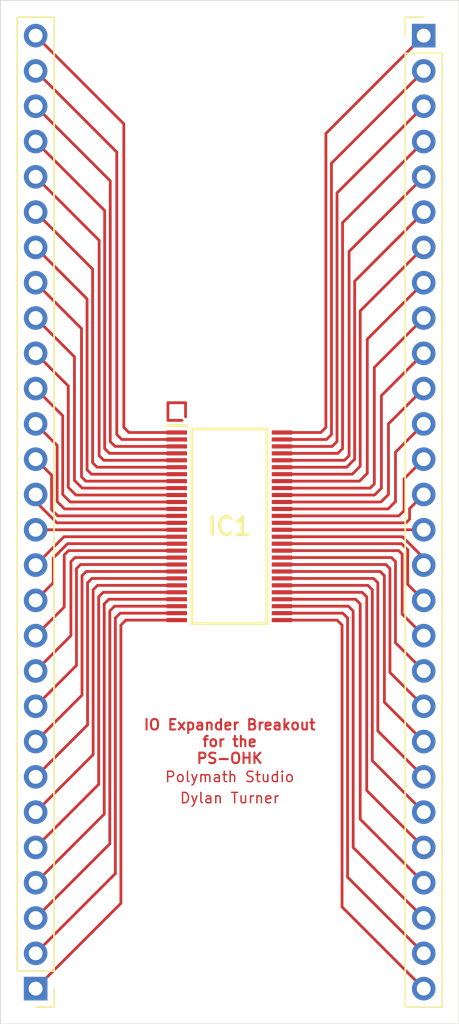
<source format=kicad_pcb>
(kicad_pcb (version 20240108) (generator "pcbnew") (generator_version "8.0")
  (title_block (title "PC9505 Breakout Board") (date "2024-05-09") (rev "1") (company "Polymath-Studio"))
  (layers (0 "F.Cu" signal) (31 "B.Cu" signal) (34 "B.Paste" user) (35 "F.Paste" user) (36 "B.SilkS" user "B.Silkscreen") (37 "F.SilkS" user "F.Silkscreen") (38 "B.Mask" user) (39 "F.Mask" user) (44 "Edge.Cuts" user))
  (net 0 "")
  (net 1 "Net-(IC1-IO3_7)")
  (net 2 "Net-(IC1-~{OE})")
  (net 3 "Net-(IC1-IO2_2)")
  (net 4 "Net-(IC1-IO4_6)")
  (net 5 "Net-(IC1-IO1_4)")
  (net 6 "Net-(IC1-IO3_5)")
  (net 7 "Net-(IC1-IO3_0)")
  (net 8 "Net-(IC1-IO4_7)")
  (net 9 "Net-(IC1-IO4_5)")
  (net 10 "Net-(IC1-IO2_3)")
  (net 11 "Net-(IC1-IO1_7)")
  (net 12 "Net-(IC1-IO3_1)")
  (net 13 "Net-(IC1-IO0_6)")
  (net 14 "Net-(IC1-IO0_0)")
  (net 15 "Net-(IC1-IO0_7)")
  (net 16 "Net-(IC1-A1)")
  (net 17 "Net-(IC1-IO4_0)")
  (net 18 "Net-(IC1-IO2_5)")
  (net 19 "Net-(IC1-VSS_4)")
  (net 20 "Net-(IC1-VSS_1)")
  (net 21 "Net-(IC1-A2)")
  (net 22 "Net-(IC1-IO0_1)")
  (net 23 "Net-(IC1-IO4_3)")
  (net 24 "Net-(IC1-IO1_3)")
  (net 25 "Net-(IC1-IO1_2)")
  (net 26 "Net-(IC1-IO4_2)")
  (net 27 "Net-(IC1-IO0_5)")
  (net 28 "Net-(IC1-IO3_4)")
  (net 29 "Net-(IC1-~{RESET})")
  (net 30 "Net-(IC1-VDD_1)")
  (net 31 "Net-(IC1-IO0_3)")
  (net 32 "Net-(IC1-IO0_2)")
  (net 33 "Net-(IC1-VSS_2)")
  (net 34 "Net-(IC1-IO2_6)")
  (net 35 "Net-(IC1-VSS_6)")
  (net 36 "Net-(IC1-IO3_2)")
  (net 37 "Net-(IC1-IO3_6)")
  (net 38 "Net-(IC1-IO0_4)")
  (net 39 "Net-(IC1-A0)")
  (net 40 "Net-(IC1-VDD_2)")
  (net 41 "Net-(IC1-IO1_5)")
  (net 42 "Net-(IC1-IO3_3)")
  (net 43 "Net-(IC1-VSS_3)")
  (net 44 "Net-(IC1-IO1_6)")
  (net 45 "Net-(IC1-IO1_0)")
  (net 46 "Net-(IC1-IO4_1)")
  (net 47 "Net-(IC1-IO2_4)")
  (net 48 "Net-(IC1-IO4_4)")
  (net 49 "Net-(IC1-VSS_5)")
  (net 50 "Net-(IC1-SCL)")
  (net 51 "Net-(IC1-IO2_0)")
  (net 52 "Net-(IC1-SDA)")
  (net 53 "Net-(IC1-IO2_1)")
  (net 54 "Net-(IC1-IO2_7)")
  (net 55 "Net-(IC1-IO1_1)")
  (net 56 "Net-(IC1-~{INT})")
  (footprint "PCA9505DGGY:SOP50P810X120-56N" (layer "F.Cu") (at 29.188 50.55)
    (property "Reference" "IC1" (at 0 0 0) (layer "F.SilkS") (effects (font (size 1.27 1.27) (thickness 0.254))))
    (property "Value" "PCA9505DGGY" (hide yes))
    (fp_line (start -4.525 -7.25) (end -3.05 -7.25) (stroke (width 0.2)) (layer "F.SilkS"))
    (fp_line (start -2.7 -7) (end 2.7 -7) (stroke (width 0.2)) (layer "F.SilkS"))
    (fp_line (start -2.7 7) (end -2.7 -7) (stroke (width 0.2)) (layer "F.SilkS"))
    (fp_line (start 2.7 -7) (end 2.7 7) (stroke (width 0.2)) (layer "F.SilkS"))
    (fp_line (start 2.7 7) (end -2.7 7) (stroke (width 0.2)) (layer "F.SilkS"))
    (pad "1" smd rect (at -3.788 -6.75 90) (size 0.3 1.475) (layers "F.Cu" "F.Paste" "F.Mask") (net 52 "Net-(IC1-SDA)"))
    (pad "2" smd rect (at -3.788 -6.25 90) (size 0.3 1.475) (layers "F.Cu" "F.Paste" "F.Mask") (net 50 "Net-(IC1-SCL)"))
    (pad "3" smd rect (at -3.788 -5.75 90) (size 0.3 1.475) (layers "F.Cu" "F.Paste" "F.Mask") (net 14 "Net-(IC1-IO0_0)"))
    (pad "4" smd rect (at -3.788 -5.25 90) (size 0.3 1.475) (layers "F.Cu" "F.Paste" "F.Mask") (net 22 "Net-(IC1-IO0_1)"))
    (pad "5" smd rect (at -3.788 -4.75 90) (size 0.3 1.475) (layers "F.Cu" "F.Paste" "F.Mask") (net 32 "Net-(IC1-IO0_2)"))
    (pad "6" smd rect (at -3.788 -4.25 90) (size 0.3 1.475) (layers "F.Cu" "F.Paste" "F.Mask") (net 20 "Net-(IC1-VSS_1)"))
    (pad "7" smd rect (at -3.788 -3.75 90) (size 0.3 1.475) (layers "F.Cu" "F.Paste" "F.Mask") (net 31 "Net-(IC1-IO0_3)"))
    (pad "8" smd rect (at -3.788 -3.25 90) (size 0.3 1.475) (layers "F.Cu" "F.Paste" "F.Mask") (net 38 "Net-(IC1-IO0_4)"))
    (pad "9" smd rect (at -3.788 -2.75 90) (size 0.3 1.475) (layers "F.Cu" "F.Paste" "F.Mask") (net 27 "Net-(IC1-IO0_5)"))
    (pad "10" smd rect (at -3.788 -2.25 90) (size 0.3 1.475) (layers "F.Cu" "F.Paste" "F.Mask") (net 13 "Net-(IC1-IO0_6)"))
    (pad "11" smd rect (at -3.788 -1.75 90) (size 0.3 1.475) (layers "F.Cu" "F.Paste" "F.Mask") (net 33 "Net-(IC1-VSS_2)"))
    (pad "12" smd rect (at -3.788 -1.25 90) (size 0.3 1.475) (layers "F.Cu" "F.Paste" "F.Mask") (net 15 "Net-(IC1-IO0_7)"))
    (pad "13" smd rect (at -3.788 -0.75 90) (size 0.3 1.475) (layers "F.Cu" "F.Paste" "F.Mask") (net 45 "Net-(IC1-IO1_0)"))
    (pad "14" smd rect (at -3.788 -0.25 90) (size 0.3 1.475) (layers "F.Cu" "F.Paste" "F.Mask") (net 55 "Net-(IC1-IO1_1)"))
    (pad "15" smd rect (at -3.788 0.25 90) (size 0.3 1.475) (layers "F.Cu" "F.Paste" "F.Mask") (net 25 "Net-(IC1-IO1_2)"))
    (pad "16" smd rect (at -3.788 0.75 90) (size 0.3 1.475) (layers "F.Cu" "F.Paste" "F.Mask") (net 24 "Net-(IC1-IO1_3)"))
    (pad "17" smd rect (at -3.788 1.25 90) (size 0.3 1.475) (layers "F.Cu" "F.Paste" "F.Mask") (net 5 "Net-(IC1-IO1_4)"))
    (pad "18" smd rect (at -3.788 1.75 90) (size 0.3 1.475) (layers "F.Cu" "F.Paste" "F.Mask") (net 30 "Net-(IC1-VDD_1)"))
    (pad "19" smd rect (at -3.788 2.25 90) (size 0.3 1.475) (layers "F.Cu" "F.Paste" "F.Mask") (net 41 "Net-(IC1-IO1_5)"))
    (pad "20" smd rect (at -3.788 2.75 90) (size 0.3 1.475) (layers "F.Cu" "F.Paste" "F.Mask") (net 44 "Net-(IC1-IO1_6)"))
    (pad "21" smd rect (at -3.788 3.25 90) (size 0.3 1.475) (layers "F.Cu" "F.Paste" "F.Mask") (net 11 "Net-(IC1-IO1_7)"))
    (pad "22" smd rect (at -3.788 3.75 90) (size 0.3 1.475) (layers "F.Cu" "F.Paste" "F.Mask") (net 51 "Net-(IC1-IO2_0)"))
    (pad "23" smd rect (at -3.788 4.25 90) (size 0.3 1.475) (layers "F.Cu" "F.Paste" "F.Mask") (net 43 "Net-(IC1-VSS_3)"))
    (pad "24" smd rect (at -3.788 4.75 90) (size 0.3 1.475) (layers "F.Cu" "F.Paste" "F.Mask") (net 53 "Net-(IC1-IO2_1)"))
    (pad "25" smd rect (at -3.788 5.25 90) (size 0.3 1.475) (layers "F.Cu" "F.Paste" "F.Mask") (net 3 "Net-(IC1-IO2_2)"))
    (pad "26" smd rect (at -3.788 5.75 90) (size 0.3 1.475) (layers "F.Cu" "F.Paste" "F.Mask") (net 10 "Net-(IC1-IO2_3)"))
    (pad "27" smd rect (at -3.788 6.25 90) (size 0.3 1.475) (layers "F.Cu" "F.Paste" "F.Mask") (net 39 "Net-(IC1-A0)"))
    (pad "28" smd rect (at -3.788 6.75 90) (size 0.3 1.475) (layers "F.Cu" "F.Paste" "F.Mask") (net 16 "Net-(IC1-A1)"))
    (pad "29" smd rect (at 3.788 6.75 90) (size 0.3 1.475) (layers "F.Cu" "F.Paste" "F.Mask") (net 21 "Net-(IC1-A2)"))
    (pad "30" smd rect (at 3.788 6.25 90) (size 0.3 1.475) (layers "F.Cu" "F.Paste" "F.Mask") (net 2 "Net-(IC1-~{OE})"))
    (pad "31" smd rect (at 3.788 5.75 90) (size 0.3 1.475) (layers "F.Cu" "F.Paste" "F.Mask") (net 47 "Net-(IC1-IO2_4)"))
    (pad "32" smd rect (at 3.788 5.25 90) (size 0.3 1.475) (layers "F.Cu" "F.Paste" "F.Mask") (net 18 "Net-(IC1-IO2_5)"))
    (pad "33" smd rect (at 3.788 4.75 90) (size 0.3 1.475) (layers "F.Cu" "F.Paste" "F.Mask") (net 34 "Net-(IC1-IO2_6)"))
    (pad "34" smd rect (at 3.788 4.25 90) (size 0.3 1.475) (layers "F.Cu" "F.Paste" "F.Mask") (net 19 "Net-(IC1-VSS_4)"))
    (pad "35" smd rect (at 3.788 3.75 90) (size 0.3 1.475) (layers "F.Cu" "F.Paste" "F.Mask") (net 54 "Net-(IC1-IO2_7)"))
    (pad "36" smd rect (at 3.788 3.25 90) (size 0.3 1.475) (layers "F.Cu" "F.Paste" "F.Mask") (net 7 "Net-(IC1-IO3_0)"))
    (pad "37" smd rect (at 3.788 2.75 90) (size 0.3 1.475) (layers "F.Cu" "F.Paste" "F.Mask") (net 12 "Net-(IC1-IO3_1)"))
    (pad "38" smd rect (at 3.788 2.25 90) (size 0.3 1.475) (layers "F.Cu" "F.Paste" "F.Mask") (net 36 "Net-(IC1-IO3_2)"))
    (pad "39" smd rect (at 3.788 1.75 90) (size 0.3 1.475) (layers "F.Cu" "F.Paste" "F.Mask") (net 49 "Net-(IC1-VSS_5)"))
    (pad "40" smd rect (at 3.788 1.25 90) (size 0.3 1.475) (layers "F.Cu" "F.Paste" "F.Mask") (net 42 "Net-(IC1-IO3_3)"))
    (pad "41" smd rect (at 3.788 0.75 90) (size 0.3 1.475) (layers "F.Cu" "F.Paste" "F.Mask") (net 28 "Net-(IC1-IO3_4)"))
    (pad "42" smd rect (at 3.788 0.25 90) (size 0.3 1.475) (layers "F.Cu" "F.Paste" "F.Mask") (net 6 "Net-(IC1-IO3_5)"))
    (pad "43" smd rect (at 3.788 -0.25 90) (size 0.3 1.475) (layers "F.Cu" "F.Paste" "F.Mask") (net 37 "Net-(IC1-IO3_6)"))
    (pad "44" smd rect (at 3.788 -0.75 90) (size 0.3 1.475) (layers "F.Cu" "F.Paste" "F.Mask") (net 1 "Net-(IC1-IO3_7)"))
    (pad "45" smd rect (at 3.788 -1.25 90) (size 0.3 1.475) (layers "F.Cu" "F.Paste" "F.Mask") (net 17 "Net-(IC1-IO4_0)"))
    (pad "46" smd rect (at 3.788 -1.75 90) (size 0.3 1.475) (layers "F.Cu" "F.Paste" "F.Mask") (net 40 "Net-(IC1-VDD_2)"))
    (pad "47" smd rect (at 3.788 -2.25 90) (size 0.3 1.475) (layers "F.Cu" "F.Paste" "F.Mask") (net 46 "Net-(IC1-IO4_1)"))
    (pad "48" smd rect (at 3.788 -2.75 90) (size 0.3 1.475) (layers "F.Cu" "F.Paste" "F.Mask") (net 26 "Net-(IC1-IO4_2)"))
    (pad "49" smd rect (at 3.788 -3.25 90) (size 0.3 1.475) (layers "F.Cu" "F.Paste" "F.Mask") (net 23 "Net-(IC1-IO4_3)"))
    (pad "50" smd rect (at 3.788 -3.75 90) (size 0.3 1.475) (layers "F.Cu" "F.Paste" "F.Mask") (net 48 "Net-(IC1-IO4_4)"))
    (pad "51" smd rect (at 3.788 -4.25 90) (size 0.3 1.475) (layers "F.Cu" "F.Paste" "F.Mask") (net 35 "Net-(IC1-VSS_6)"))
    (pad "52" smd rect (at 3.788 -4.75 90) (size 0.3 1.475) (layers "F.Cu" "F.Paste" "F.Mask") (net 9 "Net-(IC1-IO4_5)"))
    (pad "53" smd rect (at 3.788 -5.25 90) (size 0.3 1.475) (layers "F.Cu" "F.Paste" "F.Mask") (net 4 "Net-(IC1-IO4_6)"))
    (pad "54" smd rect (at 3.788 -5.75 90) (size 0.3 1.475) (layers "F.Cu" "F.Paste" "F.Mask") (net 8 "Net-(IC1-IO4_7)"))
    (pad "55" smd rect (at 3.788 -6.25 90) (size 0.3 1.475) (layers "F.Cu" "F.Paste" "F.Mask") (net 56 "Net-(IC1-~{INT})"))
    (pad "56" smd rect (at 3.788 -6.75 90) (size 0.3 1.475) (layers "F.Cu" "F.Paste" "F.Mask") (net 29 "Net-(IC1-~{RESET})"))
  )
  (footprint "Connector_PinHeader_2.54mm:PinHeader_1x28_P2.54mm_Vertical" (layer "F.Cu") (at 43.18 15.24)
    (property "Reference" "J2" (hide yes))
    (property "Value" "~" (hide yes))
    (fp_line (start -1.33 -1.33) (end 0 -1.33) (stroke (width 0.12)) (layer "F.SilkS"))
    (fp_line (start -1.33 0) (end -1.33 -1.33) (stroke (width 0.12)) (layer "F.SilkS"))
    (fp_line (start -1.33 1.27) (end -1.33 69.91) (stroke (width 0.12)) (layer "F.SilkS"))
    (fp_line (start -1.33 1.27) (end 1.33 1.27) (stroke (width 0.12)) (layer "F.SilkS"))
    (fp_line (start -1.33 69.91) (end 1.33 69.91) (stroke (width 0.12)) (layer "F.SilkS"))
    (fp_line (start 1.33 1.27) (end 1.33 69.91) (stroke (width 0.12)) (layer "F.SilkS"))
    (pad "1" thru_hole rect (at 0 0) (size 1.7 1.7) (drill 1) (layers "*.Cu" "*.Mask") (net 29 "Net-(IC1-~{RESET})"))
    (pad "2" thru_hole oval (at 0 2.54) (size 1.7 1.7) (drill 1) (layers "*.Cu" "*.Mask") (net 56 "Net-(IC1-~{INT})"))
    (pad "3" thru_hole oval (at 0 5.08) (size 1.7 1.7) (drill 1) (layers "*.Cu" "*.Mask") (net 8 "Net-(IC1-IO4_7)"))
    (pad "4" thru_hole oval (at 0 7.62) (size 1.7 1.7) (drill 1) (layers "*.Cu" "*.Mask") (net 4 "Net-(IC1-IO4_6)"))
    (pad "5" thru_hole oval (at 0 10.16) (size 1.7 1.7) (drill 1) (layers "*.Cu" "*.Mask") (net 9 "Net-(IC1-IO4_5)"))
    (pad "6" thru_hole oval (at 0 12.7) (size 1.7 1.7) (drill 1) (layers "*.Cu" "*.Mask") (net 35 "Net-(IC1-VSS_6)"))
    (pad "7" thru_hole oval (at 0 15.24) (size 1.7 1.7) (drill 1) (layers "*.Cu" "*.Mask") (net 48 "Net-(IC1-IO4_4)"))
    (pad "8" thru_hole oval (at 0 17.78) (size 1.7 1.7) (drill 1) (layers "*.Cu" "*.Mask") (net 23 "Net-(IC1-IO4_3)"))
    (pad "9" thru_hole oval (at 0 20.32) (size 1.7 1.7) (drill 1) (layers "*.Cu" "*.Mask") (net 26 "Net-(IC1-IO4_2)"))
    (pad "10" thru_hole oval (at 0 22.86) (size 1.7 1.7) (drill 1) (layers "*.Cu" "*.Mask") (net 46 "Net-(IC1-IO4_1)"))
    (pad "11" thru_hole oval (at 0 25.4) (size 1.7 1.7) (drill 1) (layers "*.Cu" "*.Mask") (net 40 "Net-(IC1-VDD_2)"))
    (pad "12" thru_hole oval (at 0 27.94) (size 1.7 1.7) (drill 1) (layers "*.Cu" "*.Mask") (net 17 "Net-(IC1-IO4_0)"))
    (pad "13" thru_hole oval (at 0 30.48) (size 1.7 1.7) (drill 1) (layers "*.Cu" "*.Mask") (net 1 "Net-(IC1-IO3_7)"))
    (pad "14" thru_hole oval (at 0 33.02) (size 1.7 1.7) (drill 1) (layers "*.Cu" "*.Mask") (net 37 "Net-(IC1-IO3_6)"))
    (pad "15" thru_hole oval (at 0 35.56) (size 1.7 1.7) (drill 1) (layers "*.Cu" "*.Mask") (net 6 "Net-(IC1-IO3_5)"))
    (pad "16" thru_hole oval (at 0 38.1) (size 1.7 1.7) (drill 1) (layers "*.Cu" "*.Mask") (net 28 "Net-(IC1-IO3_4)"))
    (pad "17" thru_hole oval (at 0 40.64) (size 1.7 1.7) (drill 1) (layers "*.Cu" "*.Mask") (net 42 "Net-(IC1-IO3_3)"))
    (pad "18" thru_hole oval (at 0 43.18) (size 1.7 1.7) (drill 1) (layers "*.Cu" "*.Mask") (net 49 "Net-(IC1-VSS_5)"))
    (pad "19" thru_hole oval (at 0 45.72) (size 1.7 1.7) (drill 1) (layers "*.Cu" "*.Mask") (net 36 "Net-(IC1-IO3_2)"))
    (pad "20" thru_hole oval (at 0 48.26) (size 1.7 1.7) (drill 1) (layers "*.Cu" "*.Mask") (net 12 "Net-(IC1-IO3_1)"))
    (pad "21" thru_hole oval (at 0 50.8) (size 1.7 1.7) (drill 1) (layers "*.Cu" "*.Mask") (net 7 "Net-(IC1-IO3_0)"))
    (pad "22" thru_hole oval (at 0 53.34) (size 1.7 1.7) (drill 1) (layers "*.Cu" "*.Mask") (net 54 "Net-(IC1-IO2_7)"))
    (pad "23" thru_hole oval (at 0 55.88) (size 1.7 1.7) (drill 1) (layers "*.Cu" "*.Mask") (net 19 "Net-(IC1-VSS_4)"))
    (pad "24" thru_hole oval (at 0 58.42) (size 1.7 1.7) (drill 1) (layers "*.Cu" "*.Mask") (net 34 "Net-(IC1-IO2_6)"))
    (pad "25" thru_hole oval (at 0 60.96) (size 1.7 1.7) (drill 1) (layers "*.Cu" "*.Mask") (net 18 "Net-(IC1-IO2_5)"))
    (pad "26" thru_hole oval (at 0 63.5) (size 1.7 1.7) (drill 1) (layers "*.Cu" "*.Mask") (net 47 "Net-(IC1-IO2_4)"))
    (pad "27" thru_hole oval (at 0 66.04) (size 1.7 1.7) (drill 1) (layers "*.Cu" "*.Mask") (net 2 "Net-(IC1-~{OE})"))
    (pad "28" thru_hole oval (at 0 68.58) (size 1.7 1.7) (drill 1) (layers "*.Cu" "*.Mask") (net 21 "Net-(IC1-A2)"))
  )
  (footprint "Connector_PinHeader_2.54mm:PinHeader_1x28_P2.54mm_Vertical" (layer "F.Cu") (at 15.24 83.82 180)
    (property "Reference" "J1" (hide yes))
    (property "Value" "~" (hide yes))
    (fp_line (start 1.33 1.27) (end 1.33 69.91) (stroke (width 0.12)) (layer "F.SilkS"))
    (fp_line (start -1.33 69.91) (end 1.33 69.91) (stroke (width 0.12)) (layer "F.SilkS"))
    (fp_line (start -1.33 1.27) (end 1.33 1.27) (stroke (width 0.12)) (layer "F.SilkS"))
    (fp_line (start -1.33 1.27) (end -1.33 69.91) (stroke (width 0.12)) (layer "F.SilkS"))
    (fp_line (start -1.33 0) (end -1.33 -1.33) (stroke (width 0.12)) (layer "F.SilkS"))
    (fp_line (start -1.33 -1.33) (end 0 -1.33) (stroke (width 0.12)) (layer "F.SilkS"))
    (pad "1" thru_hole rect (at 0 0 180) (size 1.7 1.7) (drill 1) (layers "*.Cu" "*.Mask") (net 16 "Net-(IC1-A1)"))
    (pad "2" thru_hole oval (at 0 2.54 180) (size 1.7 1.7) (drill 1) (layers "*.Cu" "*.Mask") (net 39 "Net-(IC1-A0)"))
    (pad "3" thru_hole oval (at 0 5.08 180) (size 1.7 1.7) (drill 1) (layers "*.Cu" "*.Mask") (net 10 "Net-(IC1-IO2_3)"))
    (pad "4" thru_hole oval (at 0 7.62 180) (size 1.7 1.7) (drill 1) (layers "*.Cu" "*.Mask") (net 3 "Net-(IC1-IO2_2)"))
    (pad "5" thru_hole oval (at 0 10.16 180) (size 1.7 1.7) (drill 1) (layers "*.Cu" "*.Mask") (net 53 "Net-(IC1-IO2_1)"))
    (pad "6" thru_hole oval (at 0 12.7 180) (size 1.7 1.7) (drill 1) (layers "*.Cu" "*.Mask") (net 43 "Net-(IC1-VSS_3)"))
    (pad "7" thru_hole oval (at 0 15.24 180) (size 1.7 1.7) (drill 1) (layers "*.Cu" "*.Mask") (net 51 "Net-(IC1-IO2_0)"))
    (pad "8" thru_hole oval (at 0 17.78 180) (size 1.7 1.7) (drill 1) (layers "*.Cu" "*.Mask") (net 11 "Net-(IC1-IO1_7)"))
    (pad "9" thru_hole oval (at 0 20.32 180) (size 1.7 1.7) (drill 1) (layers "*.Cu" "*.Mask") (net 44 "Net-(IC1-IO1_6)"))
    (pad "10" thru_hole oval (at 0 22.86 180) (size 1.7 1.7) (drill 1) (layers "*.Cu" "*.Mask") (net 41 "Net-(IC1-IO1_5)"))
    (pad "11" thru_hole oval (at 0 25.4 180) (size 1.7 1.7) (drill 1) (layers "*.Cu" "*.Mask") (net 30 "Net-(IC1-VDD_1)"))
    (pad "12" thru_hole oval (at 0 27.94 180) (size 1.7 1.7) (drill 1) (layers "*.Cu" "*.Mask") (net 5 "Net-(IC1-IO1_4)"))
    (pad "13" thru_hole oval (at 0 30.48 180) (size 1.7 1.7) (drill 1) (layers "*.Cu" "*.Mask") (net 24 "Net-(IC1-IO1_3)"))
    (pad "14" thru_hole oval (at 0 33.02 180) (size 1.7 1.7) (drill 1) (layers "*.Cu" "*.Mask") (net 25 "Net-(IC1-IO1_2)"))
    (pad "15" thru_hole oval (at 0 35.56 180) (size 1.7 1.7) (drill 1) (layers "*.Cu" "*.Mask") (net 55 "Net-(IC1-IO1_1)"))
    (pad "16" thru_hole oval (at 0 38.1 180) (size 1.7 1.7) (drill 1) (layers "*.Cu" "*.Mask") (net 45 "Net-(IC1-IO1_0)"))
    (pad "17" thru_hole oval (at 0 40.64 180) (size 1.7 1.7) (drill 1) (layers "*.Cu" "*.Mask") (net 15 "Net-(IC1-IO0_7)"))
    (pad "18" thru_hole oval (at 0 43.18 180) (size 1.7 1.7) (drill 1) (layers "*.Cu" "*.Mask") (net 33 "Net-(IC1-VSS_2)"))
    (pad "19" thru_hole oval (at 0 45.72 180) (size 1.7 1.7) (drill 1) (layers "*.Cu" "*.Mask") (net 13 "Net-(IC1-IO0_6)"))
    (pad "20" thru_hole oval (at 0 48.26 180) (size 1.7 1.7) (drill 1) (layers "*.Cu" "*.Mask") (net 27 "Net-(IC1-IO0_5)"))
    (pad "21" thru_hole oval (at 0 50.8 180) (size 1.7 1.7) (drill 1) (layers "*.Cu" "*.Mask") (net 38 "Net-(IC1-IO0_4)"))
    (pad "22" thru_hole oval (at 0 53.34 180) (size 1.7 1.7) (drill 1) (layers "*.Cu" "*.Mask") (net 31 "Net-(IC1-IO0_3)"))
    (pad "23" thru_hole oval (at 0 55.88 180) (size 1.7 1.7) (drill 1) (layers "*.Cu" "*.Mask") (net 20 "Net-(IC1-VSS_1)"))
    (pad "24" thru_hole oval (at 0 58.42 180) (size 1.7 1.7) (drill 1) (layers "*.Cu" "*.Mask") (net 32 "Net-(IC1-IO0_2)"))
    (pad "25" thru_hole oval (at 0 60.96 180) (size 1.7 1.7) (drill 1) (layers "*.Cu" "*.Mask") (net 22 "Net-(IC1-IO0_1)"))
    (pad "26" thru_hole oval (at 0 63.5 180) (size 1.7 1.7) (drill 1) (layers "*.Cu" "*.Mask") (net 14 "Net-(IC1-IO0_0)"))
    (pad "27" thru_hole oval (at 0 66.04 180) (size 1.7 1.7) (drill 1) (layers "*.Cu" "*.Mask") (net 50 "Net-(IC1-SCL)"))
    (pad "28" thru_hole oval (at 0 68.58 180) (size 1.7 1.7) (drill 1) (layers "*.Cu" "*.Mask") (net 52 "Net-(IC1-SDA)"))
  )
  (gr_line (start 12.7 12.7) (end 45.72 12.7) (stroke (width 0.05)) (layer "Edge.Cuts"))
  (gr_line (start 45.72 86.36) (end 12.7 86.36) (stroke (width 0.05)) (layer "Edge.Cuts"))
  (gr_line (start 12.7 86.36) (end 12.7 12.7) (stroke (width 0.05)) (layer "Edge.Cuts"))
  (gr_line (start 45.72 12.7) (end 45.72 86.36) (stroke (width 0.05)) (layer "Edge.Cuts"))
  (gr_text "IO Expander Breakout\nfor the\nPS-OHK" (at 29.21 66.04 0) (layer "F.Cu") (effects (font (size 0.75 0.75) (thickness 0.15) (bold yes))))
  (gr_text "Polymath Studio" (at 29.21 68.58 0) (layer "F.Cu") (effects (font (size 0.75 0.75) (thickness 0.1))))
  (gr_text "Dylan Turner" (at 29.21 70.104 0) (layer "F.Cu") (effects (font (size 0.75 0.75) (thickness 0.1))))
  (segment (start 41.386 49.8) (end 41.764 49.422) (width 0.2) (layer "F.Cu") (net 1))
  (segment (start 32.976 49.8) (end 41.386 49.8) (width 0.2) (layer "F.Cu") (net 1))
  (segment (start 41.764 47.136) (end 43.18 45.72) (width 0.2) (layer "F.Cu") (net 1))
  (segment (start 41.764 49.422) (end 41.764 47.136) (width 0.2) (layer "F.Cu") (net 1))
  (segment (start 37.7 57.15) (end 37.7 75.8) (width 0.2) (layer "F.Cu") (net 2))
  (segment (start 37.35 56.8) (end 37.7 57.15) (width 0.2) (layer "F.Cu") (net 2))
  (segment (start 37.7 75.8) (end 43.18 81.28) (width 0.2) (layer "F.Cu") (net 2))
  (segment (start 32.976 56.8) (end 37.35 56.8) (width 0.2) (layer "F.Cu") (net 2))
  (segment (start 20.514 55.8) (end 20.18 56.134) (width 0.2) (layer "F.Cu") (net 3))
  (segment (start 25.4 55.8) (end 20.514 55.8) (width 0.2) (layer "F.Cu") (net 3))
  (segment (start 20.18 71.26) (end 15.24 76.2) (width 0.2) (layer "F.Cu") (net 3))
  (segment (start 20.18 56.134) (end 20.18 71.26) (width 0.2) (layer "F.Cu") (net 3))
  (segment (start 32.976 45.3) (end 36.996 45.3) (width 0.2) (layer "F.Cu") (net 4))
  (segment (start 36.996 45.3) (end 37.338 44.958) (width 0.2) (layer "F.Cu") (net 4))
  (segment (start 37.338 28.702) (end 43.18 22.86) (width 0.2) (layer "F.Cu") (net 4))
  (segment (start 37.338 44.958) (end 37.338 28.702) (width 0.2) (layer "F.Cu") (net 4))
  (segment (start 16.51 54.61) (end 15.24 55.88) (width 0.2) (layer "F.Cu") (net 5))
  (segment (start 25.4 51.8) (end 17.542 51.8) (width 0.2) (layer "F.Cu") (net 5))
  (segment (start 16.51 52.832) (end 16.51 54.61) (width 0.2) (layer "F.Cu") (net 5))
  (segment (start 17.542 51.8) (end 16.51 52.832) (width 0.2) (layer "F.Cu") (net 5))
  (segment (start 32.976 50.8) (end 43.18 50.8) (width 0.2) (layer "F.Cu") (net 6))
  (segment (start 40.348 63.208) (end 43.18 66.04) (width 0.2) (layer "F.Cu") (net 7))
  (segment (start 32.976 53.8) (end 40.046 53.8) (width 0.2) (layer "F.Cu") (net 7))
  (segment (start 40.046 53.8) (end 40.348 54.102) (width 0.2) (layer "F.Cu") (net 7))
  (segment (start 40.348 54.102) (end 40.348 63.208) (width 0.2) (layer "F.Cu") (net 7))
  (segment (start 36.938 44.45) (end 36.938 26.562) (width 0.2) (layer "F.Cu") (net 8))
  (segment (start 32.976 44.8) (end 36.588 44.8) (width 0.2) (layer "F.Cu") (net 8))
  (segment (start 36.938 26.562) (end 43.18 20.32) (width 0.2) (layer "F.Cu") (net 8))
  (segment (start 36.588 44.8) (end 36.938 44.45) (width 0.2) (layer "F.Cu") (net 8))
  (segment (start 37.808 30.772) (end 43.18 25.4) (width 0.2) (layer "F.Cu") (net 9))
  (segment (start 32.976 45.8) (end 37.474 45.8) (width 0.2) (layer "F.Cu") (net 9))
  (segment (start 37.474 45.8) (end 37.808 45.466) (width 0.2) (layer "F.Cu") (net 9))
  (segment (start 37.808 45.466) (end 37.808 30.772) (width 0.2) (layer "F.Cu") (net 9))
  (segment (start 25.4 56.3) (end 20.922 56.3) (width 0.2) (layer "F.Cu") (net 10))
  (segment (start 20.922 56.3) (end 20.58 56.642) (width 0.2) (layer "F.Cu") (net 10))
  (segment (start 20.58 73.4) (end 15.24 78.74) (width 0.2) (layer "F.Cu") (net 10))
  (segment (start 20.58 56.642) (end 20.58 73.4) (width 0.2) (layer "F.Cu") (net 10))
  (segment (start 18.58 54.102) (end 18.58 62.7) (width 0.2) (layer "F.Cu") (net 11))
  (segment (start 25.4 53.8) (end 18.882 53.8) (width 0.2) (layer "F.Cu") (net 11))
  (segment (start 18.58 62.7) (end 15.24 66.04) (width 0.2) (layer "F.Cu") (net 11))
  (segment (start 18.882 53.8) (end 18.58 54.102) (width 0.2) (layer "F.Cu") (net 11))
  (segment (start 40.748 53.594) (end 40.748 61.068) (width 0.2) (layer "F.Cu") (net 12))
  (segment (start 32.976 53.3) (end 40.454 53.3) (width 0.2) (layer "F.Cu") (net 12))
  (segment (start 40.454 53.3) (end 40.748 53.594) (width 0.2) (layer "F.Cu") (net 12))
  (segment (start 40.748 61.068) (end 43.18 63.5) (width 0.2) (layer "F.Cu") (net 12))
  (segment (start 17.59 40.45) (end 15.24 38.1) (width 0.2) (layer "F.Cu") (net 13))
  (segment (start 18.138 48.3) (end 17.59 47.752) (width 0.2) (layer "F.Cu") (net 13))
  (segment (start 25.4 48.3) (end 18.138 48.3) (width 0.2) (layer "F.Cu") (net 13))
  (segment (start 17.59 47.752) (end 17.59 40.45) (width 0.2) (layer "F.Cu") (net 13))
  (segment (start 20.612 25.692) (end 15.24 20.32) (width 0.2) (layer "F.Cu") (net 14))
  (segment (start 20.962 44.8) (end 20.612 44.45) (width 0.2) (layer "F.Cu") (net 14))
  (segment (start 20.612 44.45) (end 20.612 25.692) (width 0.2) (layer "F.Cu") (net 14))
  (segment (start 25.4 44.8) (end 20.962 44.8) (width 0.2) (layer "F.Cu") (net 14))
  (segment (start 25.4 49.3) (end 17.322 49.3) (width 0.2) (layer "F.Cu") (net 15))
  (segment (start 17.322 49.3) (end 16.79 48.768) (width 0.2) (layer "F.Cu") (net 15))
  (segment (start 16.79 44.73) (end 15.24 43.18) (width 0.2) (layer "F.Cu") (net 15))
  (segment (start 16.79 48.768) (end 16.79 44.73) (width 0.2) (layer "F.Cu") (net 15))
  (segment (start 21.38 77.68) (end 15.24 83.82) (width 0.2) (layer "F.Cu") (net 16))
  (segment (start 25.4 57.3) (end 21.738 57.3) (width 0.2) (layer "F.Cu") (net 16))
  (segment (start 21.38 57.658) (end 21.38 77.68) (width 0.2) (layer "F.Cu") (net 16))
  (segment (start 21.738 57.3) (end 21.38 57.658) (width 0.2) (layer "F.Cu") (net 16))
  (segment (start 41.148 48.768) (end 41.148 45.212) (width 0.2) (layer "F.Cu") (net 17))
  (segment (start 41.148 45.212) (end 43.18 43.18) (width 0.2) (layer "F.Cu") (net 17))
  (segment (start 32.976 49.3) (end 40.616 49.3) (width 0.2) (layer "F.Cu") (net 17))
  (segment (start 40.616 49.3) (end 41.148 48.768) (width 0.2) (layer "F.Cu") (net 17))
  (segment (start 38.608 71.628) (end 43.18 76.2) (width 0.2) (layer "F.Cu") (net 18))
  (segment (start 38.274 55.8) (end 38.608 56.134) (width 0.2) (layer "F.Cu") (net 18))
  (segment (start 32.976 55.8) (end 38.274 55.8) (width 0.2) (layer "F.Cu") (net 18))
  (segment (start 38.608 56.134) (end 38.608 71.628) (width 0.2) (layer "F.Cu") (net 18))
  (segment (start 32.976 54.8) (end 39.16 54.8) (width 0.2) (layer "F.Cu") (net 19))
  (segment (start 39.16 54.8) (end 39.478 55.118) (width 0.2) (layer "F.Cu") (net 19))
  (segment (start 39.478 67.418) (end 43.18 71.12) (width 0.2) (layer "F.Cu") (net 19))
  (segment (start 39.478 55.118) (end 39.478 67.418) (width 0.2) (layer "F.Cu") (net 19))
  (segment (start 19.342 45.974) (end 19.342 32.042) (width 0.2) (layer "F.Cu") (net 20))
  (segment (start 25.4 46.3) (end 19.668 46.3) (width 0.2) (layer "F.Cu") (net 20))
  (segment (start 19.668 46.3) (end 19.342 45.974) (width 0.2) (layer "F.Cu") (net 20))
  (segment (start 19.342 32.042) (end 15.24 27.94) (width 0.2) (layer "F.Cu") (net 20))
  (segment (start 36.942 57.3) (end 37.3 57.658) (width 0.2) (layer "F.Cu") (net 21))
  (segment (start 32.976 57.3) (end 36.942 57.3) (width 0.2) (layer "F.Cu") (net 21))
  (segment (start 37.3 57.658) (end 37.3 77.94) (width 0.2) (layer "F.Cu") (net 21))
  (segment (start 37.3 77.94) (end 43.18 83.82) (width 0.2) (layer "F.Cu") (net 21))
  (segment (start 20.554 45.3) (end 20.212 44.958) (width 0.2) (layer "F.Cu") (net 22))
  (segment (start 20.212 27.832) (end 15.24 22.86) (width 0.2) (layer "F.Cu") (net 22))
  (segment (start 25.4 45.3) (end 20.554 45.3) (width 0.2) (layer "F.Cu") (net 22))
  (segment (start 20.212 44.958) (end 20.212 27.832) (width 0.2) (layer "F.Cu") (net 22))
  (segment (start 39.116 37.084) (end 43.18 33.02) (width 0.2) (layer "F.Cu") (net 23))
  (segment (start 38.552 47.3) (end 39.116 46.736) (width 0.2) (layer "F.Cu") (net 23))
  (segment (start 39.116 46.736) (end 39.116 37.084) (width 0.2) (layer "F.Cu") (net 23))
  (segment (start 32.976 47.3) (end 38.552 47.3) (width 0.2) (layer "F.Cu") (net 23))
  (segment (start 25.4 51.3) (end 17.28 51.3) (width 0.2) (layer "F.Cu") (net 24))
  (segment (start 17.28 51.3) (end 15.24 53.34) (width 0.2) (layer "F.Cu") (net 24))
  (segment (start 25.4 50.8) (end 15.24 50.8) (width 0.2) (layer "F.Cu") (net 25))
  (segment (start 39.624 39.116) (end 43.18 35.56) (width 0.2) (layer "F.Cu") (net 26))
  (segment (start 39.624 47.498) (end 39.624 39.116) (width 0.2) (layer "F.Cu") (net 26))
  (segment (start 32.976 47.8) (end 39.322 47.8) (width 0.2) (layer "F.Cu") (net 26))
  (segment (start 39.322 47.8) (end 39.624 47.498) (width 0.2) (layer "F.Cu") (net 26))
  (segment (start 18.59 47.8) (end 18.034 47.244) (width 0.2) (layer "F.Cu") (net 27))
  (segment (start 18.034 38.354) (end 15.24 35.56) (width 0.2) (layer "F.Cu") (net 27))
  (segment (start 18.034 47.244) (end 18.034 38.354) (width 0.2) (layer "F.Cu") (net 27))
  (segment (start 25.4 47.8) (end 18.59 47.8) (width 0.2) (layer "F.Cu") (net 27))
  (segment (start 41.648 51.3) (end 43.18 52.832) (width 0.2) (layer "F.Cu") (net 28))
  (segment (start 43.18 52.832) (end 43.18 53.34) (width 0.2) (layer "F.Cu") (net 28))
  (segment (start 32.976 51.3) (end 41.648 51.3) (width 0.2) (layer "F.Cu") (net 28))
  (segment (start 35.772 43.8) (end 36.138 43.434) (width 0.2) (layer "F.Cu") (net 29))
  (segment (start 32.976 43.8) (end 35.772 43.8) (width 0.2) (layer "F.Cu") (net 29))
  (segment (start 36.138 22.282) (end 43.18 15.24) (width 0.2) (layer "F.Cu") (net 29))
  (segment (start 36.138 43.434) (end 36.138 22.282) (width 0.2) (layer "F.Cu") (net 29))
  (segment (start 17.607686 52.3) (end 17.300843 52.606843) (width 0.2) (layer "F.Cu") (net 30))
  (segment (start 17.300843 52.606843) (end 17.300843 56.359157) (width 0.2) (layer "F.Cu") (net 30))
  (segment (start 25.4 52.3) (end 17.607686 52.3) (width 0.2) (layer "F.Cu") (net 30))
  (segment (start 17.300843 56.359157) (end 15.24 58.42) (width 0.2) (layer "F.Cu") (net 30))
  (segment (start 18.942 46.482) (end 18.942 34.182) (width 0.2) (layer "F.Cu") (net 31))
  (segment (start 18.942 34.182) (end 15.24 30.48) (width 0.2) (layer "F.Cu") (net 31))
  (segment (start 25.4 46.8) (end 19.26 46.8) (width 0.2) (layer "F.Cu") (net 31))
  (segment (start 19.26 46.8) (end 18.942 46.482) (width 0.2) (layer "F.Cu") (net 31))
  (segment (start 19.812 29.972) (end 15.24 25.4) (width 0.2) (layer "F.Cu") (net 32))
  (segment (start 25.4 45.8) (end 20.146 45.8) (width 0.2) (layer "F.Cu") (net 32))
  (segment (start 20.146 45.8) (end 19.812 45.466) (width 0.2) (layer "F.Cu") (net 32))
  (segment (start 19.812 45.466) (end 19.812 29.972) (width 0.2) (layer "F.Cu") (net 32))
  (segment (start 17.19 48.26) (end 17.19 42.59) (width 0.2) (layer "F.Cu") (net 33))
  (segment (start 17.73 48.8) (end 17.19 48.26) (width 0.2) (layer "F.Cu") (net 33))
  (segment (start 25.4 48.8) (end 17.73 48.8) (width 0.2) (layer "F.Cu") (net 33))
  (segment (start 17.19 42.59) (end 15.24 40.64) (width 0.2) (layer "F.Cu") (net 33))
  (segment (start 32.976 55.3) (end 38.752 55.3) (width 0.2) (layer "F.Cu") (net 34))
  (segment (start 39.078 69.558) (end 43.18 73.66) (width 0.2) (layer "F.Cu") (net 34))
  (segment (start 39.078 55.626) (end 39.078 69.558) (width 0.2) (layer "F.Cu") (net 34))
  (segment (start 38.752 55.3) (end 39.078 55.626) (width 0.2) (layer "F.Cu") (net 34))
  (segment (start 37.628 46.3) (end 38.208 45.72) (width 0.2) (layer "F.Cu") (net 35))
  (segment (start 32.976 46.3) (end 37.628 46.3) (width 0.2) (layer "F.Cu") (net 35))
  (segment (start 38.208 45.72) (end 38.208 32.912) (width 0.2) (layer "F.Cu") (net 35))
  (segment (start 38.208 32.912) (end 43.18 27.94) (width 0.2) (layer "F.Cu") (net 35))
  (segment (start 40.862 52.8) (end 41.148 53.086) (width 0.2) (layer "F.Cu") (net 36))
  (segment (start 41.148 53.086) (end 41.148 58.928) (width 0.2) (layer "F.Cu") (net 36))
  (segment (start 41.148 58.928) (end 43.18 60.96) (width 0.2) (layer "F.Cu") (net 36))
  (segment (start 32.976 52.8) (end 40.862 52.8) (width 0.2) (layer "F.Cu") (net 36))
  (segment (start 42.164 50.038) (end 42.164 49.276) (width 0.2) (layer "F.Cu") (net 37))
  (segment (start 42.164 49.276) (end 43.18 48.26) (width 0.2) (layer "F.Cu") (net 37))
  (segment (start 41.902 50.3) (end 42.164 50.038) (width 0.2) (layer "F.Cu") (net 37))
  (segment (start 32.976 50.3) (end 41.902 50.3) (width 0.2) (layer "F.Cu") (net 37))
  (segment (start 25.4 47.3) (end 18.852 47.3) (width 0.2) (layer "F.Cu") (net 38))
  (segment (start 18.542 36.322) (end 15.24 33.02) (width 0.2) (layer "F.Cu") (net 38))
  (segment (start 18.542 46.99) (end 18.542 36.322) (width 0.2) (layer "F.Cu") (net 38))
  (segment (start 18.852 47.3) (end 18.542 46.99) (width 0.2) (layer "F.Cu") (net 38))
  (segment (start 21.33 56.8) (end 20.98 57.15) (width 0.2) (layer "F.Cu") (net 39))
  (segment (start 20.98 57.15) (end 20.98 75.54) (width 0.2) (layer "F.Cu") (net 39))
  (segment (start 25.4 56.8) (end 21.33 56.8) (width 0.2) (layer "F.Cu") (net 39))
  (segment (start 20.98 75.54) (end 15.24 81.28) (width 0.2) (layer "F.Cu") (net 39))
  (segment (start 40.64 48.26) (end 40.64 43.18) (width 0.2) (layer "F.Cu") (net 40))
  (segment (start 40.1 48.8) (end 40.64 48.26) (width 0.2) (layer "F.Cu") (net 40))
  (segment (start 32.976 48.8) (end 40.1 48.8) (width 0.2) (layer "F.Cu") (net 40))
  (segment (start 40.64 43.18) (end 43.18 40.64) (width 0.2) (layer "F.Cu") (net 40))
  (segment (start 25.4 52.8) (end 18.066 52.8) (width 0.2) (layer "F.Cu") (net 41))
  (segment (start 17.78 58.42) (end 15.24 60.96) (width 0.2) (layer "F.Cu") (net 41))
  (segment (start 18.066 52.8) (end 17.78 53.086) (width 0.2) (layer "F.Cu") (net 41))
  (segment (start 17.78 53.086) (end 17.78 58.42) (width 0.2) (layer "F.Cu") (net 41))
  (segment (start 42.03 52.247686) (end 42.03 54.73) (width 0.2) (layer "F.Cu") (net 42))
  (segment (start 42.03 54.73) (end 43.18 55.88) (width 0.2) (layer "F.Cu") (net 42))
  (segment (start 41.582314 51.8) (end 42.03 52.247686) (width 0.2) (layer "F.Cu") (net 42))
  (segment (start 32.976 51.8) (end 41.582314 51.8) (width 0.2) (layer "F.Cu") (net 42))
  (segment (start 19.38 66.98) (end 15.24 71.12) (width 0.2) (layer "F.Cu") (net 43))
  (segment (start 19.38 55.118) (end 19.38 66.98) (width 0.2) (layer "F.Cu") (net 43))
  (segment (start 25.4 54.8) (end 19.698 54.8) (width 0.2) (layer "F.Cu") (net 43))
  (segment (start 19.698 54.8) (end 19.38 55.118) (width 0.2) (layer "F.Cu") (net 43))
  (segment (start 18.474 53.3) (end 18.18 53.594) (width 0.2) (layer "F.Cu") (net 44))
  (segment (start 18.18 60.56) (end 15.24 63.5) (width 0.2) (layer "F.Cu") (net 44))
  (segment (start 25.4 53.3) (end 18.474 53.3) (width 0.2) (layer "F.Cu") (net 44))
  (segment (start 18.18 53.594) (end 18.18 60.56) (width 0.2) (layer "F.Cu") (net 44))
  (segment (start 16.837686 49.8) (end 16.39 49.352314) (width 0.2) (layer "F.Cu") (net 45))
  (segment (start 16.39 46.87) (end 15.24 45.72) (width 0.2) (layer "F.Cu") (net 45))
  (segment (start 16.39 49.352314) (end 16.39 46.87) (width 0.2) (layer "F.Cu") (net 45))
  (segment (start 25.4 49.8) (end 16.837686 49.8) (width 0.2) (layer "F.Cu") (net 45))
  (segment (start 39.638 48.3) (end 40.132 47.806) (width 0.2) (layer "F.Cu") (net 46))
  (segment (start 40.132 41.148) (end 43.18 38.1) (width 0.2) (layer "F.Cu") (net 46))
  (segment (start 32.976 48.3) (end 39.638 48.3) (width 0.2) (layer "F.Cu") (net 46))
  (segment (start 40.132 47.806) (end 40.132 41.148) (width 0.2) (layer "F.Cu") (net 46))
  (segment (start 37.758 56.3) (end 38.1 56.642) (width 0.2) (layer "F.Cu") (net 47))
  (segment (start 32.976 56.3) (end 37.758 56.3) (width 0.2) (layer "F.Cu") (net 47))
  (segment (start 38.1 56.642) (end 38.1 73.66) (width 0.2) (layer "F.Cu") (net 47))
  (segment (start 38.1 73.66) (end 43.18 78.74) (width 0.2) (layer "F.Cu") (net 47))
  (segment (start 38.608 35.052) (end 43.18 30.48) (width 0.2) (layer "F.Cu") (net 48))
  (segment (start 38.036 46.8) (end 38.608 46.228) (width 0.2) (layer "F.Cu") (net 48))
  (segment (start 38.608 46.228) (end 38.608 35.052) (width 0.2) (layer "F.Cu") (net 48))
  (segment (start 32.976 46.8) (end 38.036 46.8) (width 0.2) (layer "F.Cu") (net 48))
  (segment (start 41.378 52.3) (end 41.63 52.552) (width 0.2) (layer "F.Cu") (net 49))
  (segment (start 41.63 56.87) (end 43.18 58.42) (width 0.2) (layer "F.Cu") (net 49))
  (segment (start 32.976 52.3) (end 41.378 52.3) (width 0.2) (layer "F.Cu") (net 49))
  (segment (start 41.63 52.552) (end 41.63 56.87) (width 0.2) (layer "F.Cu") (net 49))
  (segment (start 21.082 23.622) (end 15.24 17.78) (width 0.2) (layer "F.Cu") (net 50))
  (segment (start 25.4 44.3) (end 21.44 44.3) (width 0.2) (layer "F.Cu") (net 50))
  (segment (start 21.082 43.942) (end 21.082 23.622) (width 0.2) (layer "F.Cu") (net 50))
  (segment (start 21.44 44.3) (end 21.082 43.942) (width 0.2) (layer "F.Cu") (net 50))
  (segment (start 25.4 54.3) (end 19.29 54.3) (width 0.2) (layer "F.Cu") (net 51))
  (segment (start 19.29 54.3) (end 18.98 54.61) (width 0.2) (layer "F.Cu") (net 51))
  (segment (start 18.98 54.61) (end 18.98 64.84) (width 0.2) (layer "F.Cu") (net 51))
  (segment (start 18.98 64.84) (end 15.24 68.58) (width 0.2) (layer "F.Cu") (net 51))
  (segment (start 25.4 43.8) (end 21.956 43.8) (width 0.2) (layer "F.Cu") (net 52))
  (segment (start 24.765 42.926) (end 25.781 42.926) (width 0.2) (layer "F.Cu") (net 52))
  (segment (start 24.765 42.926) (end 24.765 41.656) (width 0.2) (layer "F.Cu") (net 52))
  (segment (start 21.956 43.8) (end 21.59 43.434) (width 0.2) (layer "F.Cu") (net 52))
  (segment (start 21.59 21.59) (end 15.24 15.24) (width 0.2) (layer "F.Cu") (net 52))
  (segment (start 21.59 43.434) (end 21.59 21.59) (width 0.2) (layer "F.Cu") (net 52))
  (segment (start 24.765 41.656) (end 26.035 41.656) (width 0.2) (layer "F.Cu") (net 52))
  (segment (start 26.035 41.656) (end 26.035 42.672) (width 0.2) (layer "F.Cu") (net 52))
  (segment (start 19.78 55.626) (end 19.78 69.12) (width 0.2) (layer "F.Cu") (net 53))
  (segment (start 19.78 69.12) (end 15.24 73.66) (width 0.2) (layer "F.Cu") (net 53))
  (segment (start 20.106 55.3) (end 19.78 55.626) (width 0.2) (layer "F.Cu") (net 53))
  (segment (start 25.4 55.3) (end 20.106 55.3) (width 0.2) (layer "F.Cu") (net 53))
  (segment (start 39.878 65.278) (end 43.18 68.58) (width 0.2) (layer "F.Cu") (net 54))
  (segment (start 39.878 54.61) (end 39.878 65.278) (width 0.2) (layer "F.Cu") (net 54))
  (segment (start 39.568 54.3) (end 39.878 54.61) (width 0.2) (layer "F.Cu") (net 54))
  (segment (start 32.976 54.3) (end 39.568 54.3) (width 0.2) (layer "F.Cu") (net 54))
  (segment (start 25.4 50.3) (end 16.772 50.3) (width 0.2) (layer "F.Cu") (net 55))
  (segment (start 15.24 48.768) (end 15.24 48.26) (width 0.2) (layer "F.Cu") (net 55))
  (segment (start 16.772 50.3) (end 15.24 48.768) (width 0.2) (layer "F.Cu") (net 55))
  (segment (start 32.976 44.3) (end 36.18 44.3) (width 0.2) (layer "F.Cu") (net 56))
  (segment (start 36.18 44.3) (end 36.538 43.942) (width 0.2) (layer "F.Cu") (net 56))
  (segment (start 36.538 24.422) (end 43.18 17.78) (width 0.2) (layer "F.Cu") (net 56))
  (segment (start 36.538 43.942) (end 36.538 24.422) (width 0.2) (layer "F.Cu") (net 56))
)
</source>
